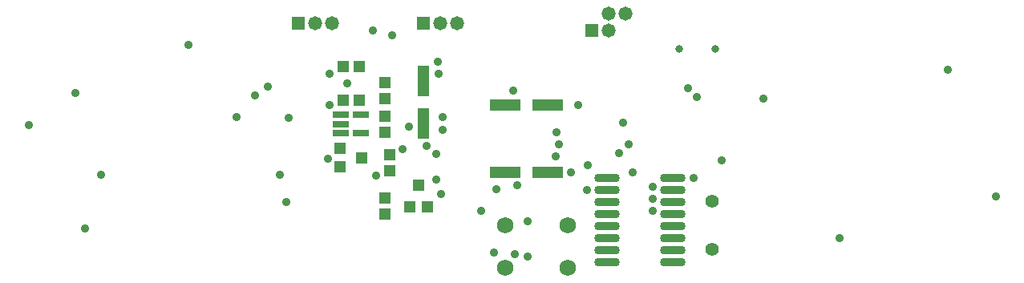
<source format=gbs>
%FSLAX25Y25*%
%MOIN*%
G70*
G01*
G75*
G04 Layer_Color=16711935*
%ADD10R,0.04331X0.03937*%
%ADD11R,0.03937X0.04331*%
%ADD12C,0.06000*%
%ADD13R,0.05906X0.05118*%
%ADD14R,0.06890X0.13583*%
%ADD15R,0.06890X0.04331*%
%ADD16R,0.06890X0.04331*%
%ADD17R,0.07480X0.07480*%
%ADD18R,0.00984X0.11811*%
%ADD19R,0.07874X0.03937*%
%ADD20C,0.05000*%
%ADD21C,0.01000*%
%ADD22C,0.01969*%
%ADD23C,0.01181*%
%ADD24C,0.04724*%
%ADD25R,0.05000X0.05000*%
%ADD26C,0.02500*%
%ADD27R,0.05000X0.04724*%
%ADD28C,0.02756*%
%ADD29R,0.03937X0.11811*%
%ADD30O,0.09843X0.02756*%
%ADD31R,0.11811X0.03937*%
%ADD32R,0.03937X0.03740*%
%ADD33R,0.03740X0.03937*%
%ADD34R,0.05709X0.02165*%
%ADD35R,0.05709X0.02165*%
%ADD36C,0.00984*%
%ADD37C,0.00787*%
%ADD38C,0.00500*%
%ADD39R,0.26000X0.22000*%
%ADD40R,0.22000X0.26000*%
%ADD41R,0.05131X0.04737*%
%ADD42R,0.04737X0.05131*%
%ADD43C,0.06800*%
%ADD44R,0.06706X0.05918*%
%ADD45R,0.07690X0.14383*%
%ADD46R,0.07690X0.05131*%
%ADD47R,0.07690X0.05131*%
%ADD48R,0.08280X0.08280*%
%ADD49R,0.01784X0.12611*%
%ADD50R,0.08674X0.04737*%
%ADD51C,0.05800*%
%ADD52C,0.05524*%
%ADD53R,0.05800X0.05800*%
%ADD54C,0.03300*%
%ADD55R,0.05800X0.05524*%
%ADD56C,0.03556*%
%ADD57R,0.04737X0.12611*%
%ADD58O,0.10642X0.03556*%
%ADD59R,0.12611X0.04737*%
%ADD60R,0.04737X0.04540*%
%ADD61R,0.04540X0.04737*%
%ADD62R,0.06509X0.02965*%
%ADD63R,0.06509X0.02965*%
D41*
X261346Y328000D02*
D03*
X254654D02*
D03*
X261346Y314000D02*
D03*
X254654D02*
D03*
D42*
X272000Y273346D02*
D03*
Y266654D02*
D03*
Y300654D02*
D03*
Y307346D02*
D03*
X274000Y291346D02*
D03*
Y284654D02*
D03*
X272000Y321346D02*
D03*
Y314654D02*
D03*
D43*
X348000Y244087D02*
D03*
Y262000D02*
D03*
X322016D02*
D03*
Y244087D02*
D03*
D51*
X302173Y346000D02*
D03*
X295087D02*
D03*
X243087D02*
D03*
X250173D02*
D03*
X365000Y350000D02*
D03*
X372000D02*
D03*
X365000Y343000D02*
D03*
D52*
X408000Y252000D02*
D03*
Y272000D02*
D03*
D53*
X288000Y346000D02*
D03*
X236000D02*
D03*
D54*
X394520Y335071D02*
D03*
X409480D02*
D03*
D55*
X358000Y343000D02*
D03*
D56*
X400500Y281500D02*
D03*
X398000Y319000D02*
D03*
X383500Y268000D02*
D03*
Y273000D02*
D03*
Y278000D02*
D03*
X369500Y292000D02*
D03*
X294500Y325000D02*
D03*
X349500Y284000D02*
D03*
X327000Y278500D02*
D03*
X312000Y268000D02*
D03*
X343000Y290500D02*
D03*
X356500Y287000D02*
D03*
X375000Y284000D02*
D03*
X461000Y256500D02*
D03*
X294000Y330000D02*
D03*
X506000Y326500D02*
D03*
X318500Y277000D02*
D03*
X429500Y314500D02*
D03*
X331500Y249000D02*
D03*
Y263500D02*
D03*
X343500Y300500D02*
D03*
X526000Y274000D02*
D03*
X344500Y295500D02*
D03*
X371000Y304500D02*
D03*
X325500Y318000D02*
D03*
X223500Y319500D02*
D03*
X248500Y289500D02*
D03*
X296083Y301417D02*
D03*
X289500Y295000D02*
D03*
X249000Y312000D02*
D03*
X279500Y293500D02*
D03*
X282000Y302742D02*
D03*
X147500Y260500D02*
D03*
X256500Y321000D02*
D03*
X249000Y325000D02*
D03*
X267000Y343000D02*
D03*
X210500Y307000D02*
D03*
X293500Y291500D02*
D03*
Y281000D02*
D03*
X232000Y306500D02*
D03*
X228500Y283000D02*
D03*
X143335Y316835D02*
D03*
X401750Y315250D02*
D03*
X412000Y288803D02*
D03*
X352500Y312000D02*
D03*
X373500Y295500D02*
D03*
X326000Y250000D02*
D03*
X356000Y276500D02*
D03*
X231000Y271500D02*
D03*
X154000Y283000D02*
D03*
X218000Y316000D02*
D03*
X190500Y337000D02*
D03*
X317500Y250500D02*
D03*
X295500Y275000D02*
D03*
X296000Y307000D02*
D03*
X124000Y303500D02*
D03*
X268500Y282500D02*
D03*
X275000Y341000D02*
D03*
D57*
X288000Y304375D02*
D03*
Y322000D02*
D03*
D58*
X364417Y246500D02*
D03*
Y251500D02*
D03*
Y256500D02*
D03*
Y261500D02*
D03*
Y266500D02*
D03*
Y271500D02*
D03*
Y276500D02*
D03*
Y281500D02*
D03*
X391583Y246500D02*
D03*
Y251500D02*
D03*
Y256500D02*
D03*
Y261500D02*
D03*
Y266500D02*
D03*
Y271500D02*
D03*
Y276500D02*
D03*
Y281500D02*
D03*
D59*
X339625Y284000D02*
D03*
X322000D02*
D03*
X339625Y312000D02*
D03*
X322000D02*
D03*
D60*
X262429Y290000D02*
D03*
X253571Y293740D02*
D03*
Y286260D02*
D03*
D61*
X286000Y278429D02*
D03*
X282260Y269571D02*
D03*
X289740D02*
D03*
D62*
X253768Y300260D02*
D03*
D63*
Y304000D02*
D03*
Y307740D02*
D03*
X262232D02*
D03*
Y300260D02*
D03*
M02*

</source>
